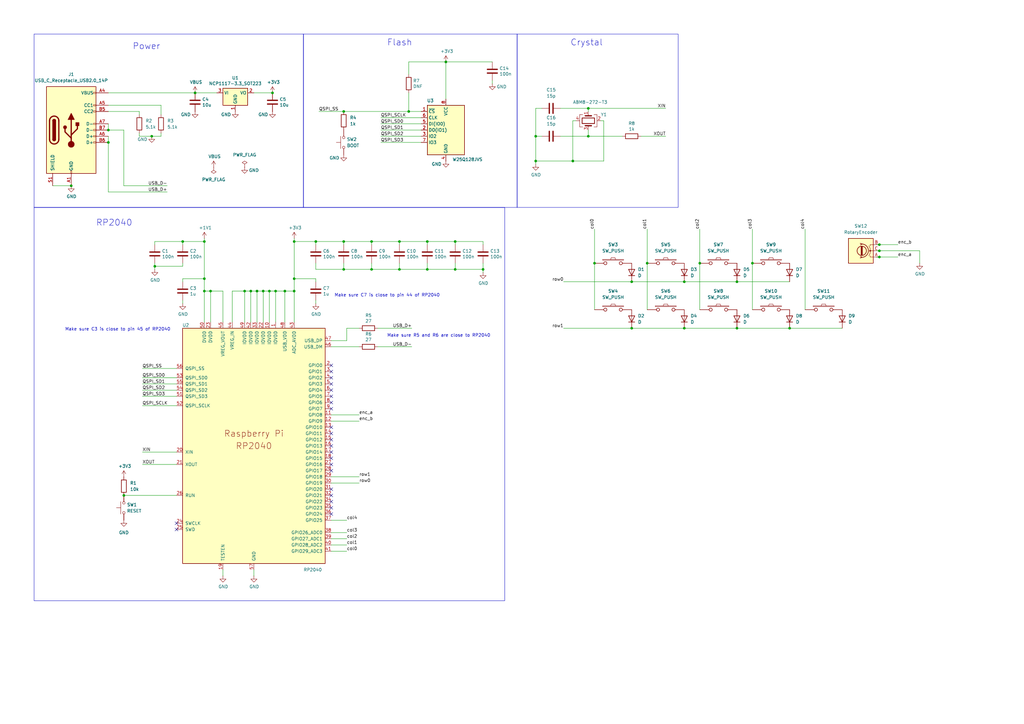
<source format=kicad_sch>
(kicad_sch (version 20231120) (generator "eeschema") (generator_version "8.0")
  (paper "A3")
  (lib_symbols
    (symbol "Connector:USB_C_Receptacle_USB2.0_14P" (pin_names (offset 1.016))
      (property "Reference" "J" (at 0 22.225 0))
      (property "Value" "USB_C_Receptacle_USB2.0_14P" (at 0 19.685 0))
      (symbol "USB_C_Receptacle_USB2.0_14P_0_0"
        (rectangle (start -0.254 -17.78) (end 0.254 -16.764))
        (rectangle (start 10.16 -4.826) (end 9.144 -5.334))
        (rectangle (start 10.16 -2.286) (end 9.144 -2.794))
        (rectangle (start 10.16 0.254) (end 9.144 -0.254))
        (rectangle (start 10.16 2.794) (end 9.144 2.286))
        (rectangle (start 10.16 7.874) (end 9.144 7.366))
        (rectangle (start 10.16 10.414) (end 9.144 9.906))
        (rectangle (start 10.16 15.494) (end 9.144 14.986))
      )
      (symbol "USB_C_Receptacle_USB2.0_14P_0_1"
        (rectangle (start -10.16 17.78) (end 10.16 -17.78) (stroke (width 0.254)) (fill (type background)))
        (arc (start -8.89 -3.81) (mid -6.985 -5.7067) (end -5.08 -3.81) (stroke (width 0.508)))
        (arc (start -7.62 -3.81) (mid -6.985 -4.4423) (end -6.35 -3.81) (stroke (width 0.254)))
        (arc (start -7.62 -3.81) (mid -6.985 -4.4423) (end -6.35 -3.81) (stroke (width 0.254)) (fill (type outline)))
        (rectangle (start -7.62 -3.81) (end -6.35 3.81) (stroke (width 0.254)) (fill (type outline)))
        (arc (start -6.35 3.81) (mid -6.985 4.4423) (end -7.62 3.81) (stroke (width 0.254)))
        (arc (start -6.35 3.81) (mid -6.985 4.4423) (end -7.62 3.81) (stroke (width 0.254)) (fill (type outline)))
        (arc (start -5.08 3.81) (mid -6.985 5.7067) (end -8.89 3.81) (stroke (width 0.508)))
        (circle (center -2.54 1.143) (radius 0.635) (stroke (width 0.254)) (fill (type outline)))
        (circle (center 0 -5.842) (radius 1.27) (fill (type outline)))
        (polyline (pts (xy -8.89 -3.81) (xy -8.89 3.81)) (stroke (width 0.508)))
        (polyline (pts (xy -5.08 3.81) (xy -5.08 -3.81)) (stroke (width 0.508)))
        (polyline (pts (xy 0 -5.842) (xy 0 4.318)) (stroke (width 0.508)))
        (polyline (pts (xy 0 -3.302) (xy -2.54 -0.762) (xy -2.54 0.508)) (stroke (width 0.508)))
        (polyline (pts (xy 0 -2.032) (xy 2.54 0.508) (xy 2.54 1.778)) (stroke (width 0.508)))
        (polyline (pts (xy -1.27 4.318) (xy 0 6.858) (xy 1.27 4.318) (xy -1.27 4.318)) (stroke (width 0.254)) (fill (type outline)))
        (rectangle (start 1.905 1.778) (end 3.175 3.048) (stroke (width 0.254)) (fill (type outline)))
      )
      (symbol "USB_C_Receptacle_USB2.0_14P_1_1"
        (pin passive line (at 0 -22.86 90) (length 5.08) (name "GND") (number "A1"))
        (pin passive line (at 0 -22.86 90) (length 5.08) hide (name "GND") (number "A12"))
        (pin passive line (at 15.24 15.24 180) (length 5.08) (name "VBUS") (number "A4"))
        (pin bidirectional line (at 15.24 10.16 180) (length 5.08) (name "CC1") (number "A5"))
        (pin bidirectional line (at 15.24 -2.54 180) (length 5.08) (name "D+") (number "A6"))
        (pin bidirectional line (at 15.24 2.54 180) (length 5.08) (name "D-") (number "A7"))
        (pin passive line (at 15.24 15.24 180) (length 5.08) hide (name "VBUS") (number "A9"))
        (pin passive line (at 0 -22.86 90) (length 5.08) hide (name "GND") (number "B1"))
        (pin passive line (at 0 -22.86 90) (length 5.08) hide (name "GND") (number "B12"))
        (pin passive line (at 15.24 15.24 180) (length 5.08) hide (name "VBUS") (number "B4"))
        (pin bidirectional line (at 15.24 7.62 180) (length 5.08) (name "CC2") (number "B5"))
        (pin bidirectional line (at 15.24 -5.08 180) (length 5.08) (name "D+") (number "B6"))
        (pin bidirectional line (at 15.24 0 180) (length 5.08) (name "D-") (number "B7"))
        (pin passive line (at 15.24 15.24 180) (length 5.08) hide (name "VBUS") (number "B9"))
        (pin passive line (at -7.62 -22.86 90) (length 5.08) (name "SHIELD") (number "S1"))
      )
    )
    (symbol "Device:C" (pin_numbers hide) (pin_names (offset 0.254))
      (property "Reference" "C" (at 0.635 2.54 0))
      (property "Value" "C" (at 0.635 -2.54 0))
      (symbol "C_0_1"
        (polyline (pts (xy -2.032 -0.762) (xy 2.032 -0.762)) (stroke (width 0.508)))
        (polyline (pts (xy -2.032 0.762) (xy 2.032 0.762)) (stroke (width 0.508)))
      )
      (symbol "C_1_1"
        (pin passive line (at 0 3.81 270) (length 2.794) (name "~") (number "1"))
        (pin passive line (at 0 -3.81 90) (length 2.794) (name "~") (number "2"))
      )
    )
    (symbol "Device:Crystal_GND24" (pin_names (offset 1.016) hide)
      (property "Reference" "Y" (at 3.175 5.08 0))
      (property "Value" "Crystal_GND24" (at 3.175 3.175 0))
      (symbol "Crystal_GND24_0_1"
        (rectangle (start -1.143 2.54) (end 1.143 -2.54) (stroke (width 0.3048)))
        (polyline (pts (xy -2.54 0) (xy -2.032 0)))
        (polyline (pts (xy -2.032 -1.27) (xy -2.032 1.27)) (stroke (width 0.508)))
        (polyline (pts (xy 0 -3.81) (xy 0 -3.556)))
        (polyline (pts (xy 0 3.556) (xy 0 3.81)))
        (polyline (pts (xy 2.032 -1.27) (xy 2.032 1.27)) (stroke (width 0.508)))
        (polyline (pts (xy 2.032 0) (xy 2.54 0)))
        (polyline (pts (xy -2.54 -2.286) (xy -2.54 -3.556) (xy 2.54 -3.556) (xy 2.54 -2.286)))
        (polyline (pts (xy -2.54 2.286) (xy -2.54 3.556) (xy 2.54 3.556) (xy 2.54 2.286)))
      )
      (symbol "Crystal_GND24_1_1"
        (pin passive line (at -3.81 0 0) (length 1.27) (name "1") (number "1"))
        (pin passive line (at 0 5.08 270) (length 1.27) (name "2") (number "2"))
        (pin passive line (at 3.81 0 180) (length 1.27) (name "3") (number "3"))
        (pin passive line (at 0 -5.08 90) (length 1.27) (name "4") (number "4"))
      )
    )
    (symbol "Device:D" (pin_numbers hide) (pin_names (offset 1.016) hide)
      (property "Reference" "D" (at 0 2.54 0))
      (property "Value" "D" (at 0 -2.54 0))
      (symbol "D_0_1"
        (polyline (pts (xy -1.27 1.27) (xy -1.27 -1.27)) (stroke (width 0.254)))
        (polyline (pts (xy 1.27 0) (xy -1.27 0)))
        (polyline (pts (xy 1.27 1.27) (xy 1.27 -1.27) (xy -1.27 0) (xy 1.27 1.27)) (stroke (width 0.254)))
      )
      (symbol "D_1_1"
        (pin passive line (at -3.81 0 0) (length 2.54) (name "K") (number "1"))
        (pin passive line (at 3.81 0 180) (length 2.54) (name "A") (number "2"))
      )
    )
    (symbol "Device:R" (pin_numbers hide) (pin_names (offset 0))
      (property "Reference" "R" (at 2.032 0 90))
      (property "Value" "R" (at 0 0 90))
      (symbol "R_0_1"
        (rectangle (start -1.016 -2.54) (end 1.016 2.54) (stroke (width 0.254)))
      )
      (symbol "R_1_1"
        (pin passive line (at 0 3.81 270) (length 1.27) (name "~") (number "1"))
        (pin passive line (at 0 -3.81 90) (length 1.27) (name "~") (number "2"))
      )
    )
    (symbol "Device:RotaryEncoder" (pin_names (offset 0.254) hide)
      (property "Reference" "SW" (at 0 6.604 0))
      (property "Value" "RotaryEncoder" (at 0 -6.604 0))
      (symbol "RotaryEncoder_0_1"
        (rectangle (start -5.08 5.08) (end 5.08 -5.08) (stroke (width 0.254)) (fill (type background)))
        (circle (center -3.81 0) (radius 0.254) (fill (type outline)))
        (circle (center -0.381 0) (radius 1.905) (stroke (width 0.254)))
        (arc (start -0.381 2.667) (mid -3.0988 -0.0635) (end -0.381 -2.794) (stroke (width 0.254)))
        (polyline (pts (xy -0.635 -1.778) (xy -0.635 1.778)) (stroke (width 0.254)))
        (polyline (pts (xy -0.381 -1.778) (xy -0.381 1.778)) (stroke (width 0.254)))
        (polyline (pts (xy -0.127 1.778) (xy -0.127 -1.778)) (stroke (width 0.254)))
        (polyline (pts (xy -5.08 -2.54) (xy -3.81 -2.54) (xy -3.81 -2.032)))
        (polyline (pts (xy -5.08 2.54) (xy -3.81 2.54) (xy -3.81 2.032)))
        (polyline (pts (xy 0.254 -3.048) (xy -0.508 -2.794) (xy 0.127 -2.413)) (stroke (width 0.254)))
        (polyline (pts (xy 0.254 2.921) (xy -0.508 2.667) (xy 0.127 2.286)) (stroke (width 0.254)))
        (polyline (pts (xy -5.08 0) (xy -3.81 0) (xy -3.81 -1.016) (xy -3.302 -2.032)))
        (polyline (pts (xy -4.318 0) (xy -3.81 0) (xy -3.81 1.016) (xy -3.302 2.032)))
      )
      (symbol "RotaryEncoder_1_1"
        (pin passive line (at -7.62 2.54 0) (length 2.54) (name "A") (number "A"))
        (pin passive line (at -7.62 -2.54 0) (length 2.54) (name "B") (number "B"))
        (pin passive line (at -7.62 0 0) (length 2.54) (name "C") (number "C"))
      )
    )
    (symbol "Memory_Flash:W25Q128JVS"
      (property "Reference" "U" (at -8.89 8.89 0))
      (property "Value" "W25Q128JVS" (at 7.62 8.89 0))
      (symbol "W25Q128JVS_0_1"
        (rectangle (start -7.62 10.16) (end 7.62 -10.16) (stroke (width 0.254)) (fill (type background)))
      )
      (symbol "W25Q128JVS_1_1"
        (pin input line (at -10.16 7.62 0) (length 2.54) (name "~{CS}") (number "1"))
        (pin bidirectional line (at -10.16 0 0) (length 2.54) (name "DO(IO1)") (number "2"))
        (pin bidirectional line (at -10.16 -2.54 0) (length 2.54) (name "IO2") (number "3"))
        (pin power_in line (at 0 -12.7 90) (length 2.54) (name "GND") (number "4"))
        (pin bidirectional line (at -10.16 2.54 0) (length 2.54) (name "DI(IO0)") (number "5"))
        (pin input line (at -10.16 5.08 0) (length 2.54) (name "CLK") (number "6"))
        (pin bidirectional line (at -10.16 -5.08 0) (length 2.54) (name "IO3") (number "7"))
        (pin power_in line (at 0 12.7 270) (length 2.54) (name "VCC") (number "8"))
      )
    )
    (symbol "Regulator_Linear:NCP1117-3.3_SOT223"
      (property "Reference" "U" (at -3.81 3.175 0))
      (property "Value" "NCP1117-3.3_SOT223" (at 0 3.175 0))
      (symbol "NCP1117-3.3_SOT223_0_1"
        (rectangle (start -5.08 -5.08) (end 5.08 1.905) (stroke (width 0.254)) (fill (type background)))
      )
      (symbol "NCP1117-3.3_SOT223_1_1"
        (pin power_in line (at 0 -7.62 90) (length 2.54) (name "GND") (number "1"))
        (pin power_out line (at 7.62 0 180) (length 2.54) (name "VO") (number "2"))
        (pin power_in line (at -7.62 0 0) (length 2.54) (name "VI") (number "3"))
      )
    )
    (symbol "kamo3_symbol:SW_Push_4pin" (pin_numbers hide) (pin_names (offset 1.016) hide)
      (property "Reference" "SW" (at 1.27 2.54 0))
      (property "Value" "SW_Push_4pin" (at 0 -1.524 0))
      (symbol "SW_Push_4pin_0_1"
        (circle (center -2.032 0) (radius 0.508))
        (polyline (pts (xy 0 1.27) (xy 0 3.048)))
        (polyline (pts (xy 2.54 1.27) (xy -2.54 1.27)))
        (circle (center 2.032 0) (radius 0.508))
        (pin passive line (at -5.08 0 0) (length 2.54) (name "1") (number "1"))
      )
      (symbol "SW_Push_4pin_1_1"
        (pin passive line (at -5.08 0 0) (length 2.54) (name "2") (number "2"))
        (pin passive line (at 5.08 0 180) (length 2.54) (name "3") (number "3"))
        (pin passive line (at 5.08 0 180) (length 2.54) (name "4") (number "4"))
      )
    )
    (symbol "kbd:SW_PUSH" (pin_numbers hide) (pin_names (offset 1.016) hide)
      (property "Reference" "SW" (at 3.81 2.794 0))
      (property "Value" "SW_PUSH" (at 0 -2.032 0))
      (symbol "SW_PUSH_0_1"
        (rectangle (start -4.318 1.27) (end 4.318 1.524))
        (polyline (pts (xy -1.016 1.524) (xy -0.762 2.286) (xy 0.762 2.286) (xy 1.016 1.524)))
        (pin passive inverted (at -7.62 0 0) (length 5.08) (name "1") (number "1"))
        (pin passive inverted (at 7.62 0 180) (length 5.08) (name "2") (number "2"))
      )
    )
    (symbol "power:+1V1" (power) (pin_numbers hide) (pin_names (offset 0) hide)
      (property "Value" "+1V1" (at 0 3.556 0))
      (symbol "+1V1_0_1"
        (polyline (pts (xy -0.762 1.27) (xy 0 2.54)))
        (polyline (pts (xy 0 0) (xy 0 2.54)))
        (polyline (pts (xy 0 2.54) (xy 0.762 1.27)))
      )
      (symbol "+1V1_1_1"
        (pin power_in line (at 0 0 90) (length 0) (name "~") (number "1"))
      )
    )
    (symbol "power:+3V3" (power) (pin_numbers hide) (pin_names (offset 0) hide)
      (property "Value" "+3V3" (at 0 3.556 0))
      (symbol "+3V3_0_1"
        (polyline (pts (xy -0.762 1.27) (xy 0 2.54)))
        (polyline (pts (xy 0 0) (xy 0 2.54)))
        (polyline (pts (xy 0 2.54) (xy 0.762 1.27)))
      )
      (symbol "+3V3_1_1"
        (pin power_in line (at 0 0 90) (length 0) (name "~") (number "1"))
      )
    )
    (symbol "power:GND" (power) (pin_numbers hide) (pin_names (offset 0) hide)
      (property "Value" "GND" (at 0 -3.81 0))
      (symbol "GND_0_1"
        (polyline (pts (xy 0 0) (xy 0 -1.27) (xy 1.27 -1.27) (xy 0 -2.54) (xy -1.27 -1.27) (xy 0 -1.27)))
      )
      (symbol "GND_1_1"
        (pin power_in line (at 0 0 270) (length 0) (name "~") (number "1"))
      )
    )
    (symbol "power:PWR_FLAG" (power) (pin_numbers hide) (pin_names (offset 0) hide)
      (property "Value" "PWR_FLAG" (at 0 3.81 0))
      (symbol "PWR_FLAG_0_0"
        (pin power_out line (at 0 0 90) (length 0) (name "~") (number "1"))
      )
      (symbol "PWR_FLAG_0_1"
        (polyline (pts (xy 0 0) (xy 0 1.27) (xy -1.016 1.905) (xy 0 2.54) (xy 1.016 1.905) (xy 0 1.27)))
      )
    )
    (symbol "power:VBUS" (power) (pin_numbers hide) (pin_names (offset 0) hide)
      (property "Value" "VBUS" (at 0 3.556 0))
      (symbol "VBUS_0_1"
        (polyline (pts (xy -0.762 1.27) (xy 0 2.54)))
        (polyline (pts (xy 0 0) (xy 0 2.54)))
        (polyline (pts (xy 0 2.54) (xy 0.762 1.27)))
      )
      (symbol "VBUS_1_1"
        (pin power_in line (at 0 0 90) (length 0) (name "~") (number "1"))
      )
    )
    (symbol "rp2040:RP2040" (pin_names (offset 1.016))
      (property "Reference" "U" (at -29.21 49.53 0))
      (property "Value" "RP2040" (at 24.13 -49.53 0))
      (symbol "RP2040_0_0"
        (text "Raspberry Pi" (at 0 5.08 0) (effects (font (size 2.54 2.54))))
        (text "RP2040" (at 0 0 0) (effects (font (size 2.54 2.54))))
      )
      (symbol "RP2040_0_1"
        (rectangle (start 29.21 48.26) (end -29.21 -48.26) (stroke (width 0.254)) (fill (type background)))
      )
      (symbol "RP2040_1_1"
        (pin power_in line (at 8.89 50.8 270) (length 2.54) (name "IOVDD") (number "1"))
        (pin power_in line (at 6.35 50.8 270) (length 2.54) (name "IOVDD") (number "10"))
        (pin bidirectional line (at 31.75 12.7 180) (length 2.54) (name "GPIO8") (number "11"))
        (pin bidirectional line (at 31.75 10.16 180) (length 2.54) (name "GPIO9") (number "12"))
        (pin bidirectional line (at 31.75 7.62 180) (length 2.54) (name "GPIO10") (number "13"))
        (pin bidirectional line (at 31.75 5.08 180) (length 2.54) (name "GPIO11") (number "14"))
        (pin bidirectional line (at 31.75 2.54 180) (length 2.54) (name "GPIO12") (number "15"))
        (pin bidirectional line (at 31.75 0 180) (length 2.54) (name "GPIO13") (number "16"))
        (pin bidirectional line (at 31.75 -2.54 180) (length 2.54) (name "GPIO14") (number "17"))
        (pin bidirectional line (at 31.75 -5.08 180) (length 2.54) (name "GPIO15") (number "18"))
        (pin passive line (at -12.7 -50.8 90) (length 2.54) (name "TESTEN") (number "19"))
        (pin bidirectional line (at 31.75 33.02 180) (length 2.54) (name "GPIO0") (number "2"))
        (pin input line (at -31.75 -2.54 0) (length 2.54) (name "XIN") (number "20"))
        (pin passive line (at -31.75 -7.62 0) (length 2.54) (name "XOUT") (number "21"))
        (pin power_in line (at 3.81 50.8 270) (length 2.54) (name "IOVDD") (number "22"))
        (pin power_in line (at -17.78 50.8 270) (length 2.54) (name "DVDD") (number "23"))
        (pin output line (at -31.75 -31.75 0) (length 2.54) (name "SWCLK") (number "24"))
        (pin bidirectional line (at -31.75 -34.29 0) (length 2.54) (name "SWD") (number "25"))
        (pin input line (at -31.75 -20.32 0) (length 2.54) (name "RUN") (number "26"))
        (pin bidirectional line (at 31.75 -7.62 180) (length 2.54) (name "GPIO16") (number "27"))
        (pin bidirectional line (at 31.75 -10.16 180) (length 2.54) (name "GPIO17") (number "28"))
        (pin bidirectional line (at 31.75 -12.7 180) (length 2.54) (name "GPIO18") (number "29"))
        (pin bidirectional line (at 31.75 30.48 180) (length 2.54) (name "GPIO1") (number "3"))
        (pin bidirectional line (at 31.75 -15.24 180) (length 2.54) (name "GPIO19") (number "30"))
        (pin bidirectional line (at 31.75 -17.78 180) (length 2.54) (name "GPIO20") (number "31"))
        (pin bidirectional line (at 31.75 -20.32 180) (length 2.54) (name "GPIO21") (number "32"))
        (pin power_in line (at 1.27 50.8 270) (length 2.54) (name "IOVDD") (number "33"))
        (pin bidirectional line (at 31.75 -22.86 180) (length 2.54) (name "GPIO22") (number "34"))
        (pin bidirectional line (at 31.75 -25.4 180) (length 2.54) (name "GPIO23") (number "35"))
        (pin bidirectional line (at 31.75 -27.94 180) (length 2.54) (name "GPIO24") (number "36"))
        (pin bidirectional line (at 31.75 -30.48 180) (length 2.54) (name "GPIO25") (number "37"))
        (pin bidirectional line (at 31.75 -35.56 180) (length 2.54) (name "GPIO26_ADC0") (number "38"))
        (pin bidirectional line (at 31.75 -38.1 180) (length 2.54) (name "GPIO27_ADC1") (number "39"))
        (pin bidirectional line (at 31.75 27.94 180) (length 2.54) (name "GPIO2") (number "4"))
        (pin bidirectional line (at 31.75 -40.64 180) (length 2.54) (name "GPIO28_ADC2") (number "40"))
        (pin bidirectional line (at 31.75 -43.18 180) (length 2.54) (name "GPIO29_ADC3") (number "41"))
        (pin power_in line (at -1.27 50.8 270) (length 2.54) (name "IOVDD") (number "42"))
        (pin power_in line (at 16.51 50.8 270) (length 2.54) (name "ADC_AVDD") (number "43"))
        (pin power_in line (at -8.89 50.8 270) (length 2.54) (name "VREG_IN") (number "44"))
        (pin power_out line (at -12.7 50.8 270) (length 2.54) (name "VREG_VOUT") (number "45"))
        (pin bidirectional line (at 31.75 40.64 180) (length 2.54) (name "USB_DM") (number "46"))
        (pin bidirectional line (at 31.75 43.18 180) (length 2.54) (name "USB_DP") (number "47"))
        (pin power_in line (at 12.7 50.8 270) (length 2.54) (name "USB_VDD") (number "48"))
        (pin power_in line (at -3.81 50.8 270) (length 2.54) (name "IOVDD") (number "49"))
        (pin bidirectional line (at 31.75 25.4 180) (length 2.54) (name "GPIO3") (number "5"))
        (pin power_in line (at -20.32 50.8 270) (length 2.54) (name "DVDD") (number "50"))
        (pin bidirectional line (at -31.75 20.32 0) (length 2.54) (name "QSPI_SD3") (number "51"))
        (pin output line (at -31.75 16.51 0) (length 2.54) (name "QSPI_SCLK") (number "52"))
        (pin bidirectional line (at -31.75 27.94 0) (length 2.54) (name "QSPI_SD0") (number "53"))
        (pin bidirectional line (at -31.75 22.86 0) (length 2.54) (name "QSPI_SD2") (number "54"))
        (pin bidirectional line (at -31.75 25.4 0) (length 2.54) (name "QSPI_SD1") (number "55"))
        (pin bidirectional line (at -31.75 31.75 0) (length 2.54) (name "QSPI_SS") (number "56"))
        (pin power_in line (at 0 -50.8 90) (length 2.54) (name "GND") (number "57"))
        (pin bidirectional line (at 31.75 22.86 180) (length 2.54) (name "GPIO4") (number "6"))
        (pin bidirectional line (at 31.75 20.32 180) (length 2.54) (name "GPIO5") (number "7"))
        (pin bidirectional line (at 31.75 17.78 180) (length 2.54) (name "GPIO6") (number "8"))
        (pin bidirectional line (at 31.75 15.24 180) (length 2.54) (name "GPIO7") (number "9"))
      )
    )
  )
  (junction (at 44.45 58.42))
  (junction (at 120.65 119.38))
  (junction (at 111.76 38.1))
  (junction (at 116.84 119.38))
  (junction (at 323.85 134.62))
  (junction (at 50.8 203.2))
  (junction (at 152.4 99.06))
  (junction (at 44.45 53.34))
  (junction (at 80.01 38.1))
  (junction (at 29.21 76.2))
  (junction (at 182.88 25.4))
  (junction (at 110.49 119.38))
  (junction (at 241.3 55.88))
  (junction (at 302.26 134.62))
  (junction (at 280.67 134.62))
  (junction (at 163.83 99.06))
  (junction (at 175.26 99.06))
  (junction (at 360.68 105.41))
  (junction (at 140.97 110.49))
  (junction (at 63.5 109.22))
  (junction (at 241.3 44.45))
  (junction (at 186.69 99.06))
  (junction (at 107.95 119.38))
  (junction (at 186.69 110.49))
  (junction (at 167.64 45.72))
  (junction (at 219.71 66.04))
  (junction (at 259.08 134.62))
  (junction (at 120.65 99.06))
  (junction (at 83.82 114.3))
  (junction (at 243.84 107.95))
  (junction (at 280.67 115.57))
  (junction (at 129.54 99.06))
  (junction (at 62.23 55.88))
  (junction (at 83.82 99.06))
  (junction (at 163.83 110.49))
  (junction (at 120.65 114.3))
  (junction (at 86.36 119.38))
  (junction (at 140.97 99.06))
  (junction (at 102.87 119.38))
  (junction (at 302.26 115.57))
  (junction (at 234.95 66.04))
  (junction (at 360.68 100.33))
  (junction (at 265.43 107.95))
  (junction (at 175.26 110.49))
  (junction (at 74.93 99.06))
  (junction (at 100.33 119.38))
  (junction (at 287.02 107.95))
  (junction (at 152.4 110.49))
  (junction (at 308.61 107.95))
  (junction (at 140.97 45.72))
  (junction (at 105.41 119.38))
  (junction (at 219.71 55.88))
  (junction (at 83.82 119.38))
  (junction (at 360.68 102.87))
  (junction (at 198.12 110.49))
  (junction (at 113.03 119.38))
  (junction (at 259.08 115.57))
  (no_connect (at 135.89 208.28))
  (no_connect (at 135.89 203.2))
  (no_connect (at 135.89 185.42))
  (no_connect (at 135.89 160.02))
  (no_connect (at 135.89 210.82))
  (no_connect (at 135.89 165.1))
  (no_connect (at 135.89 154.94))
  (no_connect (at 135.89 149.86))
  (no_connect (at 135.89 193.04))
  (no_connect (at 135.89 157.48))
  (no_connect (at 135.89 200.66))
  (no_connect (at 72.39 214.63))
  (no_connect (at 135.89 182.88))
  (no_connect (at 135.89 162.56))
  (no_connect (at 72.39 217.17))
  (no_connect (at 135.89 187.96))
  (no_connect (at 135.89 175.26))
  (no_connect (at 135.89 177.8))
  (no_connect (at 135.89 152.4))
  (no_connect (at 135.89 190.5))
  (no_connect (at 135.89 167.64))
  (no_connect (at 135.89 205.74))
  (no_connect (at 135.89 180.34))
  (wire (pts (xy 152.4 100.33) (xy 152.4 99.06)))
  (wire (pts (xy 57.15 55.88) (xy 57.15 54.61)))
  (wire (pts (xy 129.54 123.19) (xy 129.54 124.46)))
  (wire (pts (xy 135.89 220.98) (xy 142.24 220.98)))
  (wire (pts (xy 83.82 97.79) (xy 83.82 99.06)))
  (wire (pts (xy 259.08 134.62) (xy 280.67 134.62)))
  (wire (pts (xy 243.84 93.98) (xy 243.84 107.95)))
  (wire (pts (xy 198.12 110.49) (xy 198.12 111.76)))
  (wire (pts (xy 129.54 100.33) (xy 129.54 99.06)))
  (wire (pts (xy 66.04 55.88) (xy 66.04 54.61)))
  (wire (pts (xy 74.93 100.33) (xy 74.93 99.06)))
  (wire (pts (xy 86.36 132.08) (xy 86.36 119.38)))
  (wire (pts (xy 66.04 43.18) (xy 66.04 46.99)))
  (wire (pts (xy 140.97 45.72) (xy 167.64 45.72)))
  (wire (pts (xy 62.23 55.88) (xy 66.04 55.88)))
  (wire (pts (xy 50.8 53.34) (xy 44.45 53.34)))
  (wire (pts (xy 50.8 203.2) (xy 72.39 203.2)))
  (wire (pts (xy 330.2 93.98) (xy 330.2 127)))
  (wire (pts (xy 302.26 115.57) (xy 323.85 115.57)))
  (wire (pts (xy 129.54 107.95) (xy 129.54 110.49)))
  (wire (pts (xy 63.5 107.95) (xy 63.5 109.22)))
  (wire (pts (xy 198.12 107.95) (xy 198.12 110.49)))
  (wire (pts (xy 186.69 100.33) (xy 186.69 99.06)))
  (wire (pts (xy 140.97 107.95) (xy 140.97 110.49)))
  (wire (pts (xy 229.87 55.88) (xy 241.3 55.88)))
  (wire (pts (xy 172.72 58.42) (xy 156.21 58.42)))
  (wire (pts (xy 135.89 142.24) (xy 147.32 142.24)))
  (wire (pts (xy 116.84 119.38) (xy 120.65 119.38)))
  (wire (pts (xy 135.89 172.72) (xy 147.32 172.72)))
  (wire (pts (xy 104.14 38.1) (xy 111.76 38.1)))
  (wire (pts (xy 201.93 33.02) (xy 201.93 34.29)))
  (wire (pts (xy 175.26 100.33) (xy 175.26 99.06)))
  (wire (pts (xy 107.95 119.38) (xy 110.49 119.38)))
  (wire (pts (xy 219.71 55.88) (xy 219.71 66.04)))
  (wire (pts (xy 105.41 132.08) (xy 105.41 119.38)))
  (wire (pts (xy 167.64 45.72) (xy 172.72 45.72)))
  (wire (pts (xy 172.72 53.34) (xy 156.21 53.34)))
  (wire (pts (xy 280.67 134.62) (xy 302.26 134.62)))
  (wire (pts (xy 74.93 115.57) (xy 74.93 114.3)))
  (wire (pts (xy 50.8 76.2) (xy 50.8 53.34)))
  (wire (pts (xy 302.26 134.62) (xy 323.85 134.62)))
  (wire (pts (xy 57.15 55.88) (xy 62.23 55.88)))
  (wire (pts (xy 95.25 132.08) (xy 95.25 119.38)))
  (wire (pts (xy 182.88 25.4) (xy 182.88 40.64)))
  (wire (pts (xy 58.42 185.42) (xy 72.39 185.42)))
  (wire (pts (xy 83.82 114.3) (xy 83.82 119.38)))
  (wire (pts (xy 44.45 50.8) (xy 44.45 53.34)))
  (wire (pts (xy 63.5 100.33) (xy 63.5 99.06)))
  (wire (pts (xy 186.69 99.06) (xy 198.12 99.06)))
  (wire (pts (xy 172.72 55.88) (xy 156.21 55.88)))
  (wire (pts (xy 50.8 76.2) (xy 68.58 76.2)))
  (wire (pts (xy 113.03 119.38) (xy 113.03 132.08)))
  (wire (pts (xy 57.15 46.99) (xy 57.15 45.72)))
  (wire (pts (xy 44.45 55.88) (xy 44.45 58.42)))
  (wire (pts (xy 198.12 100.33) (xy 198.12 99.06)))
  (wire (pts (xy 140.97 99.06) (xy 152.4 99.06)))
  (wire (pts (xy 241.3 45.72) (xy 241.3 44.45)))
  (wire (pts (xy 95.25 119.38) (xy 100.33 119.38)))
  (wire (pts (xy 58.42 154.94) (xy 72.39 154.94)))
  (wire (pts (xy 86.36 119.38) (xy 83.82 119.38)))
  (wire (pts (xy 120.65 99.06) (xy 129.54 99.06)))
  (wire (pts (xy 247.65 66.04) (xy 234.95 66.04)))
  (wire (pts (xy 241.3 53.34) (xy 241.3 55.88)))
  (wire (pts (xy 104.14 233.68) (xy 104.14 236.22)))
  (wire (pts (xy 287.02 107.95) (xy 287.02 127)))
  (wire (pts (xy 120.65 97.79) (xy 120.65 99.06)))
  (wire (pts (xy 186.69 110.49) (xy 175.26 110.49)))
  (wire (pts (xy 167.64 25.4) (xy 182.88 25.4)))
  (wire (pts (xy 74.93 123.19) (xy 74.93 124.46)))
  (wire (pts (xy 83.82 119.38) (xy 83.82 132.08)))
  (wire (pts (xy 130.81 45.72) (xy 140.97 45.72)))
  (wire (pts (xy 308.61 107.95) (xy 308.61 127)))
  (wire (pts (xy 265.43 93.98) (xy 265.43 107.95)))
  (wire (pts (xy 74.93 109.22) (xy 74.93 107.95)))
  (wire (pts (xy 116.84 132.08) (xy 116.84 119.38)))
  (wire (pts (xy 360.68 105.41) (xy 368.3 105.41)))
  (wire (pts (xy 120.65 119.38) (xy 120.65 132.08)))
  (wire (pts (xy 377.19 102.87) (xy 377.19 107.95)))
  (wire (pts (xy 231.14 134.62) (xy 259.08 134.62)))
  (wire (pts (xy 154.94 134.62) (xy 168.91 134.62)))
  (wire (pts (xy 219.71 66.04) (xy 219.71 67.31)))
  (wire (pts (xy 175.26 107.95) (xy 175.26 110.49)))
  (wire (pts (xy 247.65 49.53) (xy 247.65 66.04)))
  (wire (pts (xy 135.89 170.18) (xy 147.32 170.18)))
  (wire (pts (xy 359.41 102.87) (xy 360.68 102.87)))
  (wire (pts (xy 360.68 102.87) (xy 377.19 102.87)))
  (wire (pts (xy 58.42 162.56) (xy 72.39 162.56)))
  (wire (pts (xy 287.02 93.98) (xy 287.02 107.95)))
  (wire (pts (xy 241.3 44.45) (xy 273.05 44.45)))
  (wire (pts (xy 72.39 190.5) (xy 58.42 190.5)))
  (wire (pts (xy 100.33 132.08) (xy 100.33 119.38)))
  (wire (pts (xy 280.67 115.57) (xy 302.26 115.57)))
  (wire (pts (xy 110.49 132.08) (xy 110.49 119.38)))
  (wire (pts (xy 129.54 115.57) (xy 129.54 114.3)))
  (wire (pts (xy 163.83 107.95) (xy 163.83 110.49)))
  (wire (pts (xy 308.61 93.98) (xy 308.61 107.95)))
  (wire (pts (xy 175.26 110.49) (xy 163.83 110.49)))
  (wire (pts (xy 222.25 44.45) (xy 219.71 44.45)))
  (wire (pts (xy 262.89 55.88) (xy 273.05 55.88)))
  (wire (pts (xy 135.89 218.44) (xy 142.24 218.44)))
  (wire (pts (xy 100.33 119.38) (xy 102.87 119.38)))
  (wire (pts (xy 44.45 78.74) (xy 68.58 78.74)))
  (wire (pts (xy 167.64 38.1) (xy 167.64 45.72)))
  (wire (pts (xy 359.41 100.33) (xy 360.68 100.33)))
  (wire (pts (xy 152.4 107.95) (xy 152.4 110.49)))
  (wire (pts (xy 44.45 78.74) (xy 44.45 58.42)))
  (wire (pts (xy 360.68 100.33) (xy 368.3 100.33)))
  (wire (pts (xy 110.49 119.38) (xy 113.03 119.38)))
  (wire (pts (xy 186.69 107.95) (xy 186.69 110.49)))
  (wire (pts (xy 152.4 110.49) (xy 140.97 110.49)))
  (wire (pts (xy 234.95 49.53) (xy 236.22 49.53)))
  (wire (pts (xy 44.45 43.18) (xy 66.04 43.18)))
  (wire (pts (xy 135.89 223.52) (xy 142.24 223.52)))
  (wire (pts (xy 259.08 115.57) (xy 280.67 115.57)))
  (wire (pts (xy 234.95 66.04) (xy 219.71 66.04)))
  (wire (pts (xy 120.65 114.3) (xy 129.54 114.3)))
  (wire (pts (xy 120.65 114.3) (xy 120.65 119.38)))
  (wire (pts (xy 163.83 110.49) (xy 152.4 110.49)))
  (wire (pts (xy 222.25 55.88) (xy 219.71 55.88)))
  (wire (pts (xy 140.97 100.33) (xy 140.97 99.06)))
  (wire (pts (xy 63.5 109.22) (xy 74.93 109.22)))
  (wire (pts (xy 91.44 132.08) (xy 91.44 119.38)))
  (wire (pts (xy 74.93 114.3) (xy 83.82 114.3)))
  (wire (pts (xy 246.38 49.53) (xy 247.65 49.53)))
  (wire (pts (xy 152.4 99.06) (xy 163.83 99.06)))
  (wire (pts (xy 167.64 30.48) (xy 167.64 25.4)))
  (wire (pts (xy 120.65 99.06) (xy 120.65 114.3)))
  (wire (pts (xy 142.24 134.62) (xy 142.24 139.7)))
  (wire (pts (xy 229.87 44.45) (xy 241.3 44.45)))
  (wire (pts (xy 156.21 48.26) (xy 172.72 48.26)))
  (wire (pts (xy 58.42 160.02) (xy 72.39 160.02)))
  (wire (pts (xy 91.44 233.68) (xy 91.44 236.22)))
  (wire (pts (xy 72.39 166.37) (xy 58.42 166.37)))
  (wire (pts (xy 63.5 109.22) (xy 63.5 110.49)))
  (wire (pts (xy 135.89 139.7) (xy 142.24 139.7)))
  (wire (pts (xy 102.87 132.08) (xy 102.87 119.38)))
  (wire (pts (xy 140.97 110.49) (xy 129.54 110.49)))
  (wire (pts (xy 72.39 151.13) (xy 58.42 151.13)))
  (wire (pts (xy 44.45 38.1) (xy 80.01 38.1)))
  (wire (pts (xy 107.95 132.08) (xy 107.95 119.38)))
  (wire (pts (xy 175.26 99.06) (xy 186.69 99.06)))
  (wire (pts (xy 135.89 213.36) (xy 142.24 213.36)))
  (wire (pts (xy 359.41 105.41) (xy 360.68 105.41)))
  (wire (pts (xy 154.94 142.24) (xy 168.91 142.24)))
  (wire (pts (xy 58.42 157.48) (xy 72.39 157.48)))
  (wire (pts (xy 265.43 107.95) (xy 265.43 127)))
  (wire (pts (xy 105.41 119.38) (xy 107.95 119.38)))
  (wire (pts (xy 129.54 99.06) (xy 140.97 99.06)))
  (wire (pts (xy 57.15 45.72) (xy 44.45 45.72)))
  (wire (pts (xy 234.95 49.53) (xy 234.95 66.04)))
  (wire (pts (xy 172.72 50.8) (xy 156.21 50.8)))
  (wire (pts (xy 80.01 38.1) (xy 88.9 38.1)))
  (wire (pts (xy 243.84 107.95) (xy 243.84 127)))
  (wire (pts (xy 63.5 99.06) (xy 74.93 99.06)))
  (wire (pts (xy 182.88 25.4) (xy 201.93 25.4)))
  (wire (pts (xy 323.85 134.62) (xy 345.44 134.62)))
  (wire (pts (xy 186.69 110.49) (xy 198.12 110.49)))
  (wire (pts (xy 91.44 119.38) (xy 86.36 119.38)))
  (wire (pts (xy 163.83 99.06) (xy 175.26 99.06)))
  (wire (pts (xy 102.87 119.38) (xy 105.41 119.38)))
  (wire (pts (xy 142.24 134.62) (xy 147.32 134.62)))
  (wire (pts (xy 113.03 119.38) (xy 116.84 119.38)))
  (wire (pts (xy 135.89 226.06) (xy 142.24 226.06)))
  (wire (pts (xy 219.71 44.45) (xy 219.71 55.88)))
  (wire (pts (xy 231.14 115.57) (xy 259.08 115.57)))
  (wire (pts (xy 135.89 198.12) (xy 147.32 198.12)))
  (wire (pts (xy 163.83 100.33) (xy 163.83 99.06)))
  (wire (pts (xy 21.59 76.2) (xy 29.21 76.2)))
  (wire (pts (xy 135.89 195.58) (xy 147.32 195.58)))
  (wire (pts (xy 83.82 99.06) (xy 83.82 114.3)))
  (wire (pts (xy 74.93 99.06) (xy 83.82 99.06)))
  (wire (pts (xy 241.3 55.88) (xy 255.27 55.88)))
  (rectangle (start 13.97 13.97) (end 124.46 85.09))
  (rectangle (start 13.97 85.09) (end 207.01 246.38))
  (rectangle (start 212.09 13.97) (end 278.13 85.09))
  (rectangle (start 124.46 13.97) (end 212.09 85.09))
  (text "Power" (at 54.356 20.574 0) (effects (font (size 2.54 2.54)) (justify left bottom)))
  (text "Make sure R5 and R6 are close to RP2040" (at 158.75 138.43 0) (effects (font (size 1.27 1.27)) (justify left bottom)))
  (text "Flash" (at 158.75 19.05 0) (effects (font (size 2.54 2.54)) (justify left bottom)))
  (text "Crystal" (at 233.934 19.05 0) (effects (font (size 2.54 2.54)) (justify left bottom)))
  (text "RP2040" (at 39.37 92.964 0) (effects (font (size 2.54 2.54)) (justify left bottom)))
  (text "Make sure C3 is close to pin 45 of RP2040" (at 26.67 135.89 0) (effects (font (size 1.27 1.27)) (justify left bottom)))
  (text "Make sure C7 is close to pin 44 of RP2040" (at 137.16 121.92 0) (effects (font (size 1.27 1.27)) (justify left bottom)))
  (label "XIN" (at 273.05 44.45 180))
  (label "QSPI_SD1" (at 156.21 53.34 0))
  (label "USB_D-" (at 168.91 142.24 180))
  (label "col0" (at 243.84 93.98 90))
  (label "col0" (at 142.24 226.06 0))
  (label "USB_D-" (at 68.58 76.2 180))
  (label "col3" (at 308.61 93.98 90))
  (label "row1" (at 147.32 195.58 0))
  (label "QSPI_SD0" (at 58.42 154.94 0))
  (label "QSPI_SD3" (at 156.21 58.42 0))
  (label "row1" (at 231.14 134.62 180))
  (label "col3" (at 142.24 218.44 0))
  (label "row0" (at 147.32 198.12 0))
  (label "USB_D+" (at 68.58 78.74 180))
  (label "QSPI_SD0" (at 156.21 50.8 0))
  (label "QSPI_SD2" (at 156.21 55.88 0))
  (label "QSPI_SCLK" (at 156.21 48.26 0))
  (label "row0" (at 231.14 115.57 180))
  (label "XOUT" (at 273.05 55.88 180))
  (label "QSPI_SD3" (at 58.42 162.56 0))
  (label "QSPI_SS" (at 130.81 45.72 0))
  (label "col4" (at 330.2 93.98 90))
  (label "QSPI_SD1" (at 58.42 157.48 0))
  (label "QSPI_SS" (at 58.42 151.13 0))
  (label "col2" (at 287.02 93.98 90))
  (label "col2" (at 142.24 220.98 0))
  (label "enc_a" (at 368.3 105.41 0))
  (label "USB_D+" (at 168.91 134.62 180))
  (label "enc_a" (at 147.32 170.18 0))
  (label "QSPI_SD2" (at 58.42 160.02 0))
  (label "XIN" (at 58.42 185.42 0))
  (label "QSPI_SCLK" (at 58.42 166.37 0))
  (label "col1" (at 142.24 223.52 0))
  (label "XOUT" (at 58.42 190.5 0))
  (label "enc_b" (at 147.32 172.72 0))
  (label "col4" (at 142.24 213.36 0))
  (label "col1" (at 265.43 93.98 90))
  (label "enc_b" (at 368.3 100.33 0))
  (symbol (lib_id "Device:C") (at 80.01 41.91 0) (unit 1)
    (property "Reference" "C4" (at 82.931 40.7416 0) (effects (justify left)))
    (property "Value" "10u" (at 82.931 43.053 0) (effects (justify left)))
    (property "Footprint" "Capacitor_SMD:C_0805_2012Metric" (effects (hide yes)))
    (property "LCSC" "C15850" (effects (hide yes)))
  )
  (symbol (lib_id "kbd:SW_PUSH") (at 273.05 107.95 0) (unit 1)
    (property "Reference" "SW5" (at 273.05 100.33 0))
    (property "Value" "SW_PUSH" (at 273.05 102.87 0))
    (property "Footprint" "kamo3_footprint:SW_ChocV1_Hotswap_1.0u" (effects (hide yes)))
  )
  (symbol (lib_id "Device:RotaryEncoder") (at 353.06 102.87 180) (unit 1)
    (property "Reference" "SW12" (at 353.06 92.71 0))
    (property "Value" "RotaryEncoder" (at 353.06 95.25 0))
    (property "Footprint" "Rotary_Encoder:RotaryEncoder_Alps_EC12E_Vertical_H20mm" (effects (hide yes)))
    (property "Description" "Rotary encoder, dual channel, incremental quadrate outputs" (effects (hide yes)))
  )
  (symbol (lib_id "power:GND") (at 100.33 68.58 0) (unit 1)
    (property "Reference" "#PWR013" (effects (hide yes)))
    (property "Value" "GND" (at 104.14 69.85 0))
    (property "Description" "Power symbol creates a global label with name \"GND\" , ground" (effects (hide yes)))
  )
  (symbol (lib_id "power:GND") (at 111.76 45.72 0) (unit 1)
    (property "Reference" "#PWR016" (effects (hide yes)))
    (property "Value" "GND" (at 107.95 46.99 0))
    (property "Description" "Power symbol creates a global label with name \"GND\" , ground" (effects (hide yes)))
  )
  (symbol (lib_id "Device:C") (at 226.06 44.45 90) (unit 1)
    (property "Reference" "C15" (at 226.06 36.83 90))
    (property "Value" "15p" (at 226.06 39.37 90))
    (property "Footprint" "Capacitor_SMD:C_0603_1608Metric" (effects (hide yes)))
    (property "Description" "Unpolarized capacitor" (effects (hide yes)))
    (property "LCSC" "C1644" (effects (hide yes)))
  )
  (symbol (lib_id "Device:Crystal_GND24") (at 241.3 49.53 270) (unit 1)
    (property "Reference" "Y1" (at 246.38 46.99 90) (effects (justify left)))
    (property "Value" "ABM8-272-T3" (at 234.95 41.91 90) (effects (justify left)))
    (property "Footprint" "Crystal:Crystal_SMD_3225-4Pin_3.2x2.5mm" (effects (hide yes)))
    (property "LCSC" "C9002" (effects (hide yes)))
  )
  (symbol (lib_id "power:+3V3") (at 182.88 25.4 0) (unit 1)
    (property "Reference" "#PWR020" (effects (hide yes)))
    (property "Value" "+3V3" (at 183.261 21.0058 0))
    (property "Description" "Power symbol creates a global label with name \"+3V3\"" (effects (hide yes)))
  )
  (symbol (lib_id "kbd:SW_PUSH") (at 294.64 107.95 0) (unit 1)
    (property "Reference" "SW7" (at 294.64 100.33 0))
    (property "Value" "SW_PUSH" (at 294.64 102.87 0))
    (property "Footprint" "kamo3_footprint:SW_ChocV1_Hotswap_1.0u" (effects (hide yes)))
  )
  (symbol (lib_id "power:+1V1") (at 83.82 97.79 0) (unit 1)
    (property "Reference" "#PWR09" (effects (hide yes)))
    (property "Value" "+1V1" (at 84.201 93.3958 0))
    (property "Description" "Power symbol creates a global label with name \"+1V1\"" (effects (hide yes)))
  )
  (symbol (lib_id "power:GND") (at 129.54 124.46 0) (unit 1)
    (property "Reference" "#PWR018" (effects (hide yes)))
    (property "Value" "GND" (at 129.667 128.8542 0))
    (property "Description" "Power symbol creates a global label with name \"GND\" , ground" (effects (hide yes)))
  )
  (symbol (lib_id "Device:D") (at 259.08 130.81 90) (unit 1)
    (property "Reference" "D2" (at 261.62 129.5399 90) (effects (justify right)))
    (property "Value" "D" (at 261.62 132.0799 90) (effects (justify right)))
    (property "Footprint" "kamo3_footprint:Diode_SOD123" (effects (hide yes)))
    (property "Description" "Diode" (effects (hide yes)))
    (property "Sim.Device" "D" (effects (hide yes)))
    (property "Sim.Pins" "1=K 2=A" (effects (hide yes)))
    (property "LCSC" "C81598" (effects (hide yes)))
  )
  (symbol (lib_id "kbd:SW_PUSH") (at 316.23 107.95 0) (unit 1)
    (property "Reference" "SW9" (at 316.23 100.33 0))
    (property "Value" "SW_PUSH" (at 316.23 102.87 0))
    (property "Footprint" "kamo3_footprint:SW_ChocV1_Hotswap_1.0u" (effects (hide yes)))
  )
  (symbol (lib_id "power:GND") (at 50.8 213.36 0) (unit 1)
    (property "Reference" "#PWR03" (effects (hide yes)))
    (property "Value" "GND" (at 50.8 218.44 0))
    (property "Description" "Power symbol creates a global label with name \"GND\" , ground" (effects (hide yes)))
  )
  (symbol (lib_id "Device:D") (at 302.26 130.81 90) (unit 1)
    (property "Reference" "D6" (at 304.8 129.5399 90) (effects (justify right)))
    (property "Value" "D" (at 304.8 132.0799 90) (effects (justify right)))
    (property "Footprint" "kamo3_footprint:Diode_SOD123" (effects (hide yes)))
    (property "Description" "Diode" (effects (hide yes)))
    (property "Sim.Device" "D" (effects (hide yes)))
    (property "Sim.Pins" "1=K 2=A" (effects (hide yes)))
    (property "LCSC" "C81598" (effects (hide yes)))
  )
  (symbol (lib_id "Device:D") (at 280.67 111.76 90) (unit 1)
    (property "Reference" "D3" (at 283.21 110.4899 90) (effects (justify right)))
    (property "Value" "D" (at 283.21 113.0299 90) (effects (justify right)))
    (property "Footprint" "kamo3_footprint:Diode_SOD123" (effects (hide yes)))
    (property "Description" "Diode" (effects (hide yes)))
    (property "Sim.Device" "D" (effects (hide yes)))
    (property "Sim.Pins" "1=K 2=A" (effects (hide yes)))
    (property "LCSC" "C81598" (effects (hide yes)))
  )
  (symbol (lib_id "Device:R") (at 151.13 134.62 270) (unit 1)
    (property "Reference" "R5" (at 151.13 129.3622 90))
    (property "Value" "27" (at 151.13 131.6736 90))
    (property "Footprint" "Resistor_SMD:R_0603_1608Metric" (effects (hide yes)))
    (property "LCSC" "C25190" (effects (hide yes)))
  )
  (symbol (lib_id "Device:C") (at 140.97 104.14 0) (unit 1)
    (property "Reference" "C8" (at 143.891 102.9716 0) (effects (justify left)))
    (property "Value" "100n" (at 143.891 105.283 0) (effects (justify left)))
    (property "Footprint" "Capacitor_SMD:C_0402_1005Metric" (effects (hide yes)))
    (property "LCSC" "C307331" (effects (hide yes)))
  )
  (symbol (lib_id "Device:R") (at 57.15 50.8 180) (unit 1)
    (property "Reference" "R2" (at 59.69 49.5299 0) (effects (justify right)))
    (property "Value" "5.1k" (at 59.69 52.0699 0) (effects (justify right)))
    (property "Footprint" "Resistor_SMD:R_0402_1005Metric" (effects (hide yes)))
    (property "LCSC" "C25905" (effects (hide yes)))
  )
  (symbol (lib_id "power:GND") (at 80.01 45.72 0) (unit 1)
    (property "Reference" "#PWR08" (effects (hide yes)))
    (property "Value" "GND" (at 76.2 46.99 0))
    (property "Description" "Power symbol creates a global label with name \"GND\" , ground" (effects (hide yes)))
  )
  (symbol (lib_id "Device:C") (at 63.5 104.14 0) (unit 1)
    (property "Reference" "C1" (at 66.421 102.9716 0) (effects (justify left)))
    (property "Value" "100n" (at 66.421 105.283 0) (effects (justify left)))
    (property "Footprint" "Capacitor_SMD:C_0402_1005Metric" (effects (hide yes)))
    (property "LCSC" "C307331" (effects (hide yes)))
  )
  (symbol (lib_id "power:+3V3") (at 111.76 38.1 0) (unit 1)
    (property "Reference" "#PWR015" (effects (hide yes)))
    (property "Value" "+3V3" (at 112.141 33.7058 0))
    (property "Description" "Power symbol creates a global label with name \"+3V3\"" (effects (hide yes)))
  )
  (symbol (lib_id "power:GND") (at 104.14 236.22 0) (unit 1)
    (property "Reference" "#PWR014" (effects (hide yes)))
    (property "Value" "GND" (at 104.267 240.6142 0))
    (property "Description" "Power symbol creates a global label with name \"GND\" , ground" (effects (hide yes)))
  )
  (symbol (lib_id "kbd:SW_PUSH") (at 316.23 127 0) (unit 1)
    (property "Reference" "SW10" (at 316.23 119.38 0))
    (property "Value" "SW_PUSH" (at 316.23 121.92 0))
    (property "Footprint" "kamo3_footprint:SW_ChocV1_Hotswap_1.0u" (effects (hide yes)))
  )
  (symbol (lib_id "Device:C") (at 129.54 119.38 0) (unit 1)
    (property "Reference" "C7" (at 132.461 118.2116 0) (effects (justify left)))
    (property "Value" "1u" (at 132.461 120.523 0) (effects (justify left)))
    (property "Footprint" "Capacitor_SMD:C_0402_1005Metric" (effects (hide yes)))
    (property "LCSC" "C52923" (effects (hide yes)))
  )
  (symbol (lib_id "kbd:SW_PUSH") (at 294.64 127 0) (unit 1)
    (property "Reference" "SW8" (at 294.64 119.38 0))
    (property "Value" "SW_PUSH" (at 294.64 121.92 0))
    (property "Footprint" "kamo3_footprint:SW_ChocV1_Hotswap_1.0u" (effects (hide yes)))
  )
  (symbol (lib_id "power:GND") (at 182.88 66.04 0) (unit 1)
    (property "Reference" "#PWR021" (effects (hide yes)))
    (property "Value" "GND" (at 179.07 67.31 0))
    (property "Description" "Power symbol creates a global label with name \"GND\" , ground" (effects (hide yes)))
  )
  (symbol (lib_id "Device:R") (at 66.04 50.8 180) (unit 1)
    (property "Reference" "R3" (at 68.58 49.5299 0) (effects (justify right)))
    (property "Value" "5.1k" (at 68.58 52.0699 0) (effects (justify right)))
    (property "Footprint" "Resistor_SMD:R_0402_1005Metric" (effects (hide yes)))
    (property "LCSC" "C25905" (effects (hide yes)))
  )
  (symbol (lib_id "power:PWR_FLAG") (at 87.63 68.58 180) (unit 1)
    (property "Reference" "#FLG01" (effects (hide yes)))
    (property "Value" "PWR_FLAG" (at 87.63 73.66 0))
    (property "Description" "Special symbol for telling ERC where power comes from" (effects (hide yes)))
  )
  (symbol (lib_id "Device:D") (at 259.08 111.76 90) (unit 1)
    (property "Reference" "D1" (at 261.62 110.4899 90) (effects (justify right)))
    (property "Value" "D" (at 261.62 113.0299 90) (effects (justify right)))
    (property "Footprint" "kamo3_footprint:Diode_SOD123" (effects (hide yes)))
    (property "Description" "Diode" (effects (hide yes)))
    (property "Sim.Device" "D" (effects (hide yes)))
    (property "Sim.Pins" "1=K 2=A" (effects (hide yes)))
    (property "LCSC" "C81598" (effects (hide yes)))
  )
  (symbol (lib_id "Device:D") (at 280.67 130.81 90) (unit 1)
    (property "Reference" "D4" (at 283.21 129.5399 90) (effects (justify right)))
    (property "Value" "D" (at 283.21 132.0799 90) (effects (justify right)))
    (property "Footprint" "kamo3_footprint:Diode_SOD123" (effects (hide yes)))
    (property "Description" "Diode" (effects (hide yes)))
    (property "Sim.Device" "D" (effects (hide yes)))
    (property "Sim.Pins" "1=K 2=A" (effects (hide yes)))
    (property "LCSC" "C81598" (effects (hide yes)))
  )
  (symbol (lib_id "power:PWR_FLAG") (at 100.33 68.58 0) (unit 1)
    (property "Reference" "#FLG02" (effects (hide yes)))
    (property "Value" "PWR_FLAG" (at 100.33 63.5 0))
    (property "Description" "Special symbol for telling ERC where power comes from" (effects (hide yes)))
  )
  (symbol (lib_id "Device:C") (at 201.93 29.21 0) (unit 1)
    (property "Reference" "C14" (at 204.851 28.0416 0) (effects (justify left)))
    (property "Value" "100n" (at 204.851 30.353 0) (effects (justify left)))
    (property "Footprint" "Capacitor_SMD:C_0402_1005Metric" (effects (hide yes)))
    (property "LCSC" "C307331" (effects (hide yes)))
  )
  (symbol (lib_id "power:VBUS") (at 87.63 68.58 0) (unit 1)
    (property "Reference" "#PWR010" (effects (hide yes)))
    (property "Value" "VBUS" (at 88.011 64.1858 0))
    (property "Description" "Power symbol creates a global label with name \"VBUS\"" (effects (hide yes)))
  )
  (symbol (lib_id "Device:C") (at 152.4 104.14 0) (unit 1)
    (property "Reference" "C9" (at 155.321 102.9716 0) (effects (justify left)))
    (property "Value" "100n" (at 155.321 105.283 0) (effects (justify left)))
    (property "Footprint" "Capacitor_SMD:C_0402_1005Metric" (effects (hide yes)))
    (property "LCSC" "C307331" (effects (hide yes)))
  )
  (symbol (lib_id "power:GND") (at 140.97 63.5 0) (unit 1)
    (property "Reference" "#PWR019" (effects (hide yes)))
    (property "Value" "GND" (at 137.16 64.77 0))
    (property "Description" "Power symbol creates a global label with name \"GND\" , ground" (effects (hide yes)))
  )
  (symbol (lib_id "power:+3V3") (at 50.8 195.58 0) (unit 1)
    (property "Reference" "#PWR02" (effects (hide yes)))
    (property "Value" "+3V3" (at 51.181 191.1858 0))
    (property "Description" "Power symbol creates a global label with name \"+3V3\"" (effects (hide yes)))
  )
  (symbol (lib_id "Device:R") (at 140.97 49.53 0) (unit 1)
    (property "Reference" "R4" (at 143.51 48.2599 0) (effects (justify left)))
    (property "Value" "1k" (at 143.51 50.7999 0) (effects (justify left)))
    (property "Footprint" "Resistor_SMD:R_0402_1005Metric" (effects (hide yes)))
    (property "Description" "Resistor" (effects (hide yes)))
    (property "LCSC" "C11702" (effects (hide yes)))
  )
  (symbol (lib_id "Device:D") (at 345.44 130.81 90) (unit 1)
    (property "Reference" "D9" (at 347.98 129.5399 90) (effects (justify right)))
    (property "Value" "D" (at 347.98 132.0799 90) (effects (justify right)))
    (property "Footprint" "kamo3_footprint:Diode_SOD123" (effects (hide yes)))
    (property "Description" "Diode" (effects (hide yes)))
    (property "Sim.Device" "D" (effects (hide yes)))
    (property "Sim.Pins" "1=K 2=A" (effects (hide yes)))
    (property "LCSC" "C81598" (effects (hide yes)))
  )
  (symbol (lib_id "kbd:SW_PUSH") (at 273.05 127 0) (unit 1)
    (property "Reference" "SW6" (at 273.05 119.38 0))
    (property "Value" "SW_PUSH" (at 273.05 121.92 0))
    (property "Footprint" "kamo3_footprint:SW_ChocV1_Hotswap_1.0u" (effects (hide yes)))
  )
  (symbol (lib_id "Device:D") (at 302.26 111.76 90) (unit 1)
    (property "Reference" "D5" (at 304.8 110.4899 90) (effects (justify right)))
    (property "Value" "D" (at 304.8 113.0299 90) (effects (justify right)))
    (property "Footprint" "kamo3_footprint:Diode_SOD123" (effects (hide yes)))
    (property "Description" "Diode" (effects (hide yes)))
    (property "Sim.Device" "D" (effects (hide yes)))
    (property "Sim.Pins" "1=K 2=A" (effects (hide yes)))
    (property "LCSC" "C81598" (effects (hide yes)))
  )
  (symbol (lib_id "Memory_Flash:W25Q128JVS") (at 182.88 53.34 0) (unit 1)
    (property "Reference" "U3" (at 176.53 41.275 0))
    (property "Value" "W25Q128JVS" (at 191.77 65.405 0))
    (property "Footprint" "Package_SO:SOIC-8_5.23x5.23mm_P1.27mm" (effects (hide yes)))
    (property "Datasheet" "http://www.winbond.com/resource-files/w25q128jv_dtr%20revc%2003272018%20plus.pdf" (effects (hide yes)))
    (property "LCSC" "C97521" (effects (hide yes)))
  )
  (symbol (lib_id "power:GND") (at 201.93 34.29 0) (unit 1)
    (property "Reference" "#PWR023" (effects (hide yes)))
    (property "Value" "GND" (at 205.74 35.56 0))
    (property "Description" "Power symbol creates a global label with name \"GND\" , ground" (effects (hide yes)))
  )
  (symbol (lib_id "power:GND") (at 198.12 111.76 0) (unit 1)
    (property "Reference" "#PWR022" (effects (hide yes)))
    (property "Value" "GND" (at 198.247 116.1542 0))
    (property "Description" "Power symbol creates a global label with name \"GND\" , ground" (effects (hide yes)))
  )
  (symbol (lib_id "Device:C") (at 163.83 104.14 0) (unit 1)
    (property "Reference" "C10" (at 166.751 102.9716 0) (effects (justify left)))
    (property "Value" "100n" (at 166.751 105.283 0) (effects (justify left)))
    (property "Footprint" "Capacitor_SMD:C_0402_1005Metric" (effects (hide yes)))
    (property "LCSC" "C307331" (effects (hide yes)))
  )
  (symbol (lib_id "Device:D") (at 323.85 130.81 90) (unit 1)
    (property "Reference" "D8" (at 326.39 129.5399 90) (effects (justify right)))
    (property "Value" "D" (at 326.39 132.0799 90) (effects (justify right)))
    (property "Footprint" "kamo3_footprint:Diode_SOD123" (effects (hide yes)))
    (property "Description" "Diode" (effects (hide yes)))
    (property "Sim.Device" "D" (effects (hide yes)))
    (property "Sim.Pins" "1=K 2=A" (effects (hide yes)))
    (property "LCSC" "C81598" (effects (hide yes)))
  )
  (symbol (lib_id "Device:R") (at 151.13 142.24 270) (unit 1)
    (property "Reference" "R6" (at 151.13 136.9822 90))
    (property "Value" "27" (at 151.13 139.2936 90))
    (property "Footprint" "Resistor_SMD:R_0603_1608Metric" (effects (hide yes)))
    (property "LCSC" "C25190" (effects (hide yes)))
  )
  (symbol (lib_id "power:GND") (at 377.19 107.95 0) (unit 1)
    (property "Reference" "#PWR025" (effects (hide yes)))
    (property "Value" "GND" (at 377.317 112.3442 0))
    (property "Description" "Power symbol creates a global label with name \"GND\" , ground" (effects (hide yes)))
  )
  (symbol (lib_id "power:GND") (at 96.52 45.72 0) (unit 1)
    (property "Reference" "#PWR012" (effects (hide yes)))
    (property "Value" "GND" (at 92.71 46.99 0))
    (property "Description" "Power symbol creates a global label with name \"GND\" , ground" (effects (hide yes)))
  )
  (symbol (lib_id "Device:C") (at 129.54 104.14 0) (unit 1)
    (property "Reference" "C6" (at 132.461 102.9716 0) (effects (justify left)))
    (property "Value" "100n" (at 132.461 105.283 0) (effects (justify left)))
    (property "Footprint" "Capacitor_SMD:C_0402_1005Metric" (effects (hide yes)))
    (property "LCSC" "C307331" (effects (hide yes)))
  )
  (symbol (lib_id "kamo3_symbol:SW_Push_4pin") (at 140.97 58.42 90) (unit 1)
    (property "Reference" "SW2" (at 142.24 57.1499 90) (effects (justify right)))
    (property "Value" "BOOT" (at 142.24 59.6899 90) (effects (justify right)))
    (property "Footprint" "kamo3_footprint:Tact_Switch_5.1_5.1mm_SMD" (effects (hide yes)))
    (property "LCSC" "C318884" (effects (hide yes)))
  )
  (symbol (lib_id "Device:C") (at 175.26 104.14 0) (unit 1)
    (property "Reference" "C11" (at 178.181 102.9716 0) (effects (justify left)))
    (property "Value" "100n" (at 178.181 105.283 0) (effects (justify left)))
    (property "Footprint" "Capacitor_SMD:C_0402_1005Metric" (effects (hide yes)))
    (property "LCSC" "C307331" (effects (hide yes)))
  )
  (symbol (lib_id "rp2040:RP2040") (at 104.14 182.88 0) (unit 1)
    (property "Reference" "U2" (at 76.2 133.35 0))
    (property "Value" "RP2040" (at 128.27 233.68 0))
    (property "Footprint" "rp2040:RP2040-QFN-56" (effects (hide yes)))
    (property "LCSC" "C2040" (effects (hide yes)))
  )
  (symbol (lib_id "power:GND") (at 63.5 110.49 0) (unit 1)
    (property "Reference" "#PWR05" (effects (hide yes)))
    (property "Value" "GND" (at 63.627 114.8842 0))
    (property "Description" "Power symbol creates a global label with name \"GND\" , ground" (effects (hide yes)))
  )
  (symbol (lib_id "power:GND") (at 74.93 124.46 0) (unit 1)
    (property "Reference" "#PWR06" (effects (hide yes)))
    (property "Value" "GND" (at 75.057 128.8542 0))
    (property "Description" "Power symbol creates a global label with name \"GND\" , ground" (effects (hide yes)))
  )
  (symbol (lib_id "power:+3V3") (at 120.65 97.79 0) (unit 1)
    (property "Reference" "#PWR017" (effects (hide yes)))
    (property "Value" "+3V3" (at 121.031 93.3958 0))
    (property "Description" "Power symbol creates a global label with name \"+3V3\"" (effects (hide yes)))
  )
  (symbol (lib_id "Device:C") (at 186.69 104.14 0) (unit 1)
    (property "Reference" "C12" (at 189.611 102.9716 0) (effects (justify left)))
    (property "Value" "100n" (at 189.611 105.283 0) (effects (justify left)))
    (property "Footprint" "Capacitor_SMD:C_0402_1005Metric" (effects (hide yes)))
    (property "LCSC" "C307331" (effects (hide yes)))
  )
  (symbol (lib_id "Device:C") (at 111.76 41.91 0) (unit 1)
    (property "Reference" "C5" (at 114.681 40.7416 0) (effects (justify left)))
    (property "Value" "10u" (at 114.681 43.053 0) (effects (justify left)))
    (property "Footprint" "Capacitor_SMD:C_0805_2012Metric" (effects (hide yes)))
    (property "LCSC" "C15850" (effects (hide yes)))
  )
  (symbol (lib_id "Device:C") (at 74.93 119.38 0) (unit 1)
    (property "Reference" "C3" (at 77.851 118.2116 0) (effects (justify left)))
    (property "Value" "1u" (at 77.851 120.523 0) (effects (justify left)))
    (property "Footprint" "Capacitor_SMD:C_0402_1005Metric" (effects (hide yes)))
    (property "LCSC" "C52923" (effects (hide yes)))
  )
  (symbol (lib_id "Regulator_Linear:NCP1117-3.3_SOT223") (at 96.52 38.1 0) (unit 1)
    (property "Reference" "U1" (at 96.52 31.9532 0))
    (property "Value" "NCP1117-3.3_SOT223" (at 96.52 34.2646 0))
    (property "Footprint" "Package_TO_SOT_SMD:SOT-223-3_TabPin2" (effects (hide yes)))
    (property "Datasheet" "http://www.onsemi.com/pub_link/Collateral/NCP1117-D.PDF" (effects (hide yes)))
    (property "LCSC" "C6186" (effects (hide yes)))
  )
  (symbol (lib_id "power:GND") (at 62.23 55.88 0) (unit 1)
    (property "Reference" "#PWR04" (effects (hide yes)))
    (property "Value" "GND" (at 58.42 57.15 0))
    (property "Description" "Power symbol creates a global label with name \"GND\" , ground" (effects (hide yes)))
  )
  (symbol (lib_id "Device:R") (at 259.08 55.88 270) (unit 1)
    (property "Reference" "R8" (at 259.08 50.6222 90))
    (property "Value" "1k" (at 259.08 52.9336 90))
    (property "Footprint" "Resistor_SMD:R_0402_1005Metric" (effects (hide yes)))
    (property "LCSC" "C11702" (effects (hide yes)))
  )
  (symbol (lib_id "Device:C") (at 226.06 55.88 90) (unit 1)
    (property "Reference" "C16" (at 226.06 48.26 90))
    (property "Value" "15p" (at 226.06 50.8 90))
    (property "Footprint" "Capacitor_SMD:C_0603_1608Metric" (effects (hide yes)))
    (property "Description" "Unpolarized capacitor" (effects (hide yes)))
    (property "LCSC" "C1644" (effects (hide yes)))
  )
  (symbol (lib_id "kbd:SW_PUSH") (at 337.82 127 0) (unit 1)
    (property "Reference" "SW11" (at 337.82 119.38 0))
    (property "Value" "SW_PUSH" (at 337.82 121.92 0))
    (property "Footprint" "kamo3_footprint:SW_ChocV1_Hotswap_1.50u" (effects (hide yes)))
  )
  (symbol (lib_id "Connector:USB_C_Receptacle_USB2.0_14P") (at 29.21 53.34 0) (unit 1)
    (property "Reference" "J1" (at 29.21 30.48 0))
    (property "Value" "USB_C_Receptacle_USB2.0_14P" (at 29.21 33.02 0))
    (property "Footprint" "Connector_USB:USB_C_Receptacle_Palconn_UTC16-G" (effects (hide yes)))
    (property "Datasheet" "https://www.usb.org/sites/default/files/documents/usb_type-c.zip" (effects (hide yes)))
    (property "LCSC" "C2988369" (effects (hide yes)))
  )
  (symbol (lib_id "kamo3_symbol:SW_Push_4pin") (at 50.8 208.28 90) (unit 1)
    (property "Reference" "SW1" (at 52.07 207.0099 90) (effects (justify right)))
    (property "Value" "RESET" (at 52.07 209.5499 90) (effects (justify right)))
    (property "Footprint" "kamo3_footprint:Tact_Switch_5.1_5.1mm_SMD" (effects (hide yes)))
    (property "LCSC" "C318884" (effects (hide yes)))
  )
  (symbol (lib_id "power:GND") (at 219.71 67.31 0) (unit 1)
    (property "Reference" "#PWR024" (effects (hide yes)))
    (property "Value" "GND" (at 219.837 71.7042 0))
    (property "Description" "Power symbol creates a global label with name \"GND\" , ground" (effects (hide yes)))
  )
  (symbol (lib_id "kbd:SW_PUSH") (at 251.46 127 0) (unit 1)
    (property "Reference" "SW4" (at 251.46 119.38 0))
    (property "Value" "SW_PUSH" (at 251.46 121.92 0))
    (property "Footprint" "kamo3_footprint:SW_ChocV1_Hotswap_1.0u" (effects (hide yes)))
  )
  (symbol (lib_id "Device:R") (at 50.8 199.39 0) (unit 1)
    (property "Reference" "R1" (at 53.34 198.1199 0) (effects (justify left)))
    (property "Value" "10k" (at 53.34 200.6599 0) (effects (justify left)))
    (property "Footprint" "Resistor_SMD:R_0402_1005Metric" (effects (hide yes)))
    (property "Description" "Resistor" (effects (hide yes)))
    (property "LCSC" "C25744" (effects (hide yes)))
  )
  (symbol (lib_id "Device:R") (at 167.64 34.29 0) (unit 1)
    (property "Reference" "R7" (at 169.418 33.1216 0) (effects (justify left)))
    (property "Value" "DNF" (at 169.418 35.433 0) (effects (justify left)))
    (property "Footprint" "Resistor_SMD:R_0402_1005Metric" (effects (hide yes)))
  )
  (symbol (lib_id "Device:C") (at 74.93 104.14 0) (unit 1)
    (property "Reference" "C2" (at 77.851 102.9716 0) (effects (justify left)))
    (property "Value" "100n" (at 77.851 105.283 0) (effects (justify left)))
    (property "Footprint" "Capacitor_SMD:C_0402_1005Metric" (effects (hide yes)))
    (property "LCSC" "C307331" (effects (hide yes)))
  )
  (symbol (lib_id "Device:C") (at 198.12 104.14 0) (unit 1)
    (property "Reference" "C13" (at 201.041 102.9716 0) (effects (justify left)))
    (property "Value" "100n" (at 201.041 105.283 0) (effects (justify left)))
    (property "Footprint" "Capacitor_SMD:C_0402_1005Metric" (effects (hide yes)))
    (property "LCSC" "C307331" (effects (hide yes)))
  )
  (symbol (lib_id "power:GND") (at 91.44 236.22 0) (unit 1)
    (property "Reference" "#PWR011" (effects (hide yes)))
    (property "Value" "GND" (at 91.567 240.6142 0))
    (property "Description" "Power symbol creates a global label with name \"GND\" , ground" (effects (hide yes)))
  )
  (symbol (lib_id "Device:D") (at 323.85 111.76 90) (unit 1)
    (property "Reference" "D7" (at 326.39 110.4899 90) (effects (justify right)))
    (property "Value" "D" (at 326.39 113.0299 90) (effects (justify right)))
    (property "Footprint" "kamo3_footprint:Diode_SOD123" (effects (hide yes)))
    (property "Description" "Diode" (effects (hide yes)))
    (property "Sim.Device" "D" (effects (hide yes)))
    (property "Sim.Pins" "1=K 2=A" (effects (hide yes)))
    (property "LCSC" "C81598" (effects (hide yes)))
  )
  (symbol (lib_id "power:GND") (at 29.21 76.2 0) (unit 1)
    (property "Reference" "#PWR01" (effects (hide yes)))
    (property "Value" "GND" (at 29.337 80.5942 0))
    (property "Description" "Power symbol creates a global label with name \"GND\" , ground" (effects (hide yes)))
  )
  (symbol (lib_id "power:VBUS") (at 80.01 38.1 0) (unit 1)
    (property "Reference" "#PWR07" (effects (hide yes)))
    (property "Value" "VBUS" (at 80.391 33.7058 0))
    (property "Description" "Power symbol creates a global label with name \"VBUS\"" (effects (hide yes)))
  )
  (symbol (lib_id "kbd:SW_PUSH") (at 251.46 107.95 0) (unit 1)
    (property "Reference" "SW3" (at 251.46 100.33 0))
    (property "Value" "SW_PUSH" (at 251.46 102.87 0))
    (property "Footprint" "kamo3_footprint:SW_ChocV1_Hotswap_1.0u" (effects (hide yes)))
  )
)
</source>
